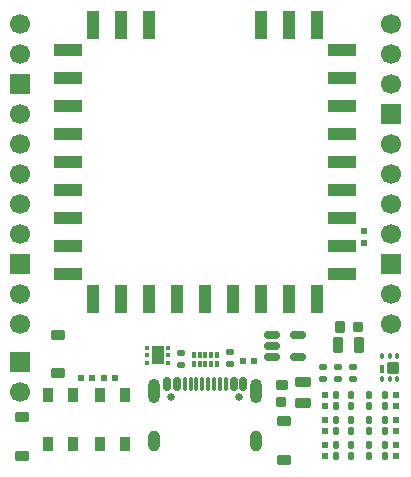
<source format=gts>
%TF.GenerationSoftware,KiCad,Pcbnew,9.0.1*%
%TF.CreationDate,2025-12-21T16:37:51-06:00*%
%TF.ProjectId,ProtoCarrier_v1,50726f74-6f43-4617-9272-6965725f7631,rev?*%
%TF.SameCoordinates,Original*%
%TF.FileFunction,Soldermask,Top*%
%TF.FilePolarity,Negative*%
%FSLAX46Y46*%
G04 Gerber Fmt 4.6, Leading zero omitted, Abs format (unit mm)*
G04 Created by KiCad (PCBNEW 9.0.1) date 2025-12-21 16:37:51*
%MOMM*%
%LPD*%
G01*
G04 APERTURE LIST*
G04 Aperture macros list*
%AMRoundRect*
0 Rectangle with rounded corners*
0 $1 Rounding radius*
0 $2 $3 $4 $5 $6 $7 $8 $9 X,Y pos of 4 corners*
0 Add a 4 corners polygon primitive as box body*
4,1,4,$2,$3,$4,$5,$6,$7,$8,$9,$2,$3,0*
0 Add four circle primitives for the rounded corners*
1,1,$1+$1,$2,$3*
1,1,$1+$1,$4,$5*
1,1,$1+$1,$6,$7*
1,1,$1+$1,$8,$9*
0 Add four rect primitives between the rounded corners*
20,1,$1+$1,$2,$3,$4,$5,0*
20,1,$1+$1,$4,$5,$6,$7,0*
20,1,$1+$1,$6,$7,$8,$9,0*
20,1,$1+$1,$8,$9,$2,$3,0*%
G04 Aperture macros list end*
%ADD10RoundRect,0.123750X0.288750X0.338750X-0.288750X0.338750X-0.288750X-0.338750X0.288750X-0.338750X0*%
%ADD11RoundRect,0.123750X0.288750X0.351250X-0.288750X0.351250X-0.288750X-0.351250X0.288750X-0.351250X0*%
%ADD12RoundRect,0.082500X-0.197500X-0.192500X0.197500X-0.192500X0.197500X0.192500X-0.197500X0.192500X0*%
%ADD13RoundRect,0.050000X0.200000X0.275000X-0.200000X0.275000X-0.200000X-0.275000X0.200000X-0.275000X0*%
%ADD14RoundRect,0.135000X-0.185000X0.135000X-0.185000X-0.135000X0.185000X-0.135000X0.185000X0.135000X0*%
%ADD15RoundRect,0.093750X-0.093750X-0.106250X0.093750X-0.106250X0.093750X0.106250X-0.093750X0.106250X0*%
%ADD16R,1.000000X1.600000*%
%ADD17RoundRect,0.225000X0.375000X-0.225000X0.375000X0.225000X-0.375000X0.225000X-0.375000X-0.225000X0*%
%ADD18RoundRect,0.082500X0.197500X0.192500X-0.197500X0.192500X-0.197500X-0.192500X0.197500X-0.192500X0*%
%ADD19RoundRect,0.050000X-0.200000X-0.275000X0.200000X-0.275000X0.200000X0.275000X-0.200000X0.275000X0*%
%ADD20RoundRect,0.135000X0.185000X-0.135000X0.185000X0.135000X-0.185000X0.135000X-0.185000X-0.135000X0*%
%ADD21C,1.700000*%
%ADD22R,1.700000X1.700000*%
%ADD23RoundRect,0.082500X-0.192500X0.197500X-0.192500X-0.197500X0.192500X-0.197500X0.192500X0.197500X0*%
%ADD24RoundRect,0.082500X0.192500X-0.197500X0.192500X0.197500X-0.192500X0.197500X-0.192500X-0.197500X0*%
%ADD25RoundRect,0.050100X-0.099900X0.174900X-0.099900X-0.174900X0.099900X-0.174900X0.099900X0.174900X0*%
%ADD26RoundRect,0.050100X-0.099900X0.324900X-0.099900X-0.324900X0.099900X-0.324900X0.099900X0.324900X0*%
%ADD27RoundRect,0.050350X-0.424650X0.449650X-0.424650X-0.449650X0.424650X-0.449650X0.424650X0.449650X0*%
%ADD28RoundRect,0.123750X0.338750X-0.288750X0.338750X0.288750X-0.338750X0.288750X-0.338750X-0.288750X0*%
%ADD29RoundRect,0.123750X0.351250X-0.288750X0.351250X0.288750X-0.351250X0.288750X-0.351250X-0.288750X0*%
%ADD30RoundRect,0.102000X0.325000X-0.525000X0.325000X0.525000X-0.325000X0.525000X-0.325000X-0.525000X0*%
%ADD31RoundRect,0.135000X0.540000X-0.315000X0.540000X0.315000X-0.540000X0.315000X-0.540000X-0.315000X0*%
%ADD32RoundRect,0.135000X0.315000X0.540000X-0.315000X0.540000X-0.315000X-0.540000X0.315000X-0.540000X0*%
%ADD33RoundRect,0.150000X-0.512500X-0.150000X0.512500X-0.150000X0.512500X0.150000X-0.512500X0.150000X0*%
%ADD34RoundRect,0.075000X-0.075000X-0.200000X0.075000X-0.200000X0.075000X0.200000X-0.075000X0.200000X0*%
%ADD35C,0.650000*%
%ADD36RoundRect,0.150000X-0.150000X-0.425000X0.150000X-0.425000X0.150000X0.425000X-0.150000X0.425000X0*%
%ADD37RoundRect,0.075000X-0.075000X-0.500000X0.075000X-0.500000X0.075000X0.500000X-0.075000X0.500000X0*%
%ADD38O,1.000000X2.100000*%
%ADD39O,1.000000X1.800000*%
%ADD40R,2.400000X1.100000*%
%ADD41R,1.100000X2.400000*%
G04 APERTURE END LIST*
D10*
%TO.C,C14*%
X162896078Y-107503922D03*
D11*
X161421078Y-107491422D03*
%TD*%
D12*
%TO.C,C1*%
X139460000Y-111800000D03*
X140420000Y-111800000D03*
%TD*%
D13*
%TO.C,LED1*%
X162375000Y-113200000D03*
X161075000Y-113200000D03*
X161075000Y-114150000D03*
X162375000Y-114150000D03*
%TD*%
D14*
%TO.C,R5*%
X162550000Y-110830002D03*
X162550000Y-111850000D03*
%TD*%
D15*
%TO.C,U1*%
X145075000Y-109200000D03*
X145075000Y-109850000D03*
X145075000Y-110500000D03*
X146850000Y-110500000D03*
X146850000Y-109850000D03*
X146850000Y-109200000D03*
D16*
X145962500Y-109850000D03*
%TD*%
D17*
%TO.C,D1*%
X137500000Y-111400000D03*
X137500000Y-108100000D03*
%TD*%
D18*
%TO.C,C2*%
X142360000Y-111800000D03*
X141400000Y-111800000D03*
%TD*%
D19*
%TO.C,LED4*%
X163900000Y-118400000D03*
X165200000Y-118400000D03*
X165200000Y-117450000D03*
X163900000Y-117450000D03*
%TD*%
D20*
%TO.C,R3*%
X159950000Y-111869998D03*
X159950000Y-110850000D03*
%TD*%
D13*
%TO.C,LED2*%
X162375000Y-115325000D03*
X161075000Y-115325000D03*
X161075000Y-116275000D03*
X162375000Y-116275000D03*
%TD*%
D21*
%TO.C,J2*%
X134300000Y-112970000D03*
D22*
X134300000Y-110430000D03*
%TD*%
D23*
%TO.C,C11*%
X166150000Y-115345000D03*
X166150000Y-116305000D03*
%TD*%
D24*
%TO.C,C13*%
X163475000Y-100310000D03*
X163475000Y-99350000D03*
%TD*%
D23*
%TO.C,C10*%
X166150000Y-117445000D03*
X166150000Y-118405000D03*
%TD*%
D19*
%TO.C,LED5*%
X163900000Y-116275000D03*
X165200000Y-116275000D03*
X165200000Y-115325000D03*
X163900000Y-115325000D03*
%TD*%
D13*
%TO.C,LED3*%
X162375000Y-117450000D03*
X161075000Y-117450000D03*
X161075000Y-118400000D03*
X162375000Y-118400000D03*
%TD*%
D25*
%TO.C,Q1*%
X166250000Y-109949999D03*
X165600000Y-109950000D03*
X164950000Y-109949999D03*
X164950000Y-111900001D03*
X165600000Y-111900000D03*
X166250000Y-111900001D03*
D26*
X164950000Y-111020001D03*
D27*
X165925000Y-110925000D03*
%TD*%
D14*
%TO.C,R4*%
X161259999Y-110840001D03*
X161259999Y-111859999D03*
%TD*%
D28*
%TO.C,C4*%
X156450000Y-113825000D03*
D29*
X156462500Y-112350000D03*
%TD*%
D12*
%TO.C,C3*%
X153165000Y-110325000D03*
X154125000Y-110325000D03*
%TD*%
D24*
%TO.C,C8*%
X160125000Y-116255000D03*
X160125000Y-115295000D03*
%TD*%
D21*
%TO.C,J1*%
X134300000Y-81810000D03*
X134300000Y-84350000D03*
D22*
X134300000Y-86890000D03*
D21*
X134300000Y-89430000D03*
X134300000Y-91970000D03*
X134300000Y-94510000D03*
X134300000Y-97050000D03*
X134300000Y-99590000D03*
D22*
X134300000Y-102130000D03*
D21*
X134300000Y-104670000D03*
X134300000Y-107210000D03*
%TD*%
D30*
%TO.C,SW1*%
X136675000Y-117403500D03*
X136675000Y-113253500D03*
X138825000Y-117403500D03*
X138825000Y-113253500D03*
%TD*%
D20*
%TO.C,R2*%
X152112500Y-110622501D03*
X152112500Y-109602503D03*
%TD*%
D19*
%TO.C,LED6*%
X163900000Y-114150000D03*
X165200000Y-114150000D03*
X165200000Y-113200000D03*
X163900000Y-113200000D03*
%TD*%
D31*
%TO.C,C5*%
X158275000Y-113925000D03*
X158275000Y-112125000D03*
%TD*%
D32*
%TO.C,C6*%
X163000000Y-108950000D03*
X161200000Y-108950000D03*
%TD*%
D17*
%TO.C,D3*%
X156650000Y-118750000D03*
X156650000Y-115450000D03*
%TD*%
D20*
%TO.C,R1*%
X147912500Y-110642499D03*
X147912500Y-109622501D03*
%TD*%
D33*
%TO.C,U3*%
X155612500Y-108137501D03*
X155612500Y-109087500D03*
X155612500Y-110037499D03*
X157887500Y-110037499D03*
X157887500Y-108137501D03*
%TD*%
D34*
%TO.C,U2*%
X149012500Y-110572500D03*
X149512500Y-110572501D03*
X150012500Y-110572500D03*
X150512500Y-110572501D03*
X151012500Y-110572500D03*
X151012500Y-109802500D03*
X150512500Y-109802499D03*
X150012500Y-109802500D03*
X149512500Y-109802499D03*
X149012500Y-109802500D03*
%TD*%
D24*
%TO.C,C7*%
X160125000Y-114155000D03*
X160125000Y-113195000D03*
%TD*%
D35*
%TO.C,J4*%
X147110000Y-113395000D03*
X152890000Y-113395000D03*
D36*
X146800000Y-112320000D03*
X147600000Y-112320000D03*
D37*
X148750000Y-112320000D03*
X149750000Y-112320000D03*
X150250000Y-112320000D03*
X151250000Y-112320000D03*
D36*
X152400000Y-112320000D03*
X153200000Y-112320000D03*
X153200000Y-112320000D03*
X152400000Y-112320000D03*
D37*
X151750000Y-112320000D03*
X150750000Y-112320000D03*
X149250000Y-112320000D03*
X148250000Y-112320000D03*
D36*
X147600000Y-112320000D03*
X146800000Y-112320000D03*
D38*
X145680000Y-112895000D03*
D39*
X145680000Y-117075000D03*
D38*
X154320000Y-112895000D03*
D39*
X154320000Y-117075000D03*
%TD*%
D40*
%TO.C,MOD1*%
X138400000Y-103000000D03*
X138400000Y-100625000D03*
X138400000Y-98250000D03*
X138400000Y-95875000D03*
X138400000Y-93500000D03*
X138400000Y-91125000D03*
X138400000Y-88750000D03*
X138400000Y-86375000D03*
X138400000Y-84000000D03*
D41*
X140500000Y-81900000D03*
X142875000Y-81900000D03*
X145250000Y-81900000D03*
X154750000Y-81900000D03*
X157125000Y-81900000D03*
X159500000Y-81900000D03*
D40*
X161600000Y-84000000D03*
X161600000Y-86375000D03*
X161600000Y-88750000D03*
X161600000Y-91125000D03*
X161600000Y-93500000D03*
X161600000Y-95875000D03*
X161600000Y-98250000D03*
X161600000Y-100625000D03*
X161600000Y-103000000D03*
D41*
X159500000Y-105100000D03*
X157125000Y-105100000D03*
X154750000Y-105100000D03*
X152375000Y-105100000D03*
X150000000Y-105100000D03*
X147625000Y-105100000D03*
X145250000Y-105100000D03*
X142875000Y-105100000D03*
X140500000Y-105100000D03*
%TD*%
D24*
%TO.C,C9*%
X160125000Y-118405000D03*
X160125000Y-117445000D03*
%TD*%
D30*
%TO.C,SW2*%
X141075000Y-117400000D03*
X141075000Y-113250000D03*
X143225000Y-117400000D03*
X143225000Y-113250000D03*
%TD*%
D17*
%TO.C,D2*%
X134450000Y-118400000D03*
X134450000Y-115100000D03*
%TD*%
D21*
%TO.C,J3*%
X165750000Y-81800000D03*
X165750000Y-84340000D03*
X165750000Y-86880000D03*
D22*
X165750000Y-89420000D03*
D21*
X165750000Y-91960000D03*
X165750000Y-94500000D03*
X165750000Y-97040000D03*
X165750000Y-99580000D03*
D22*
X165750000Y-102120000D03*
D21*
X165750000Y-104660000D03*
X165750000Y-107200000D03*
%TD*%
D23*
%TO.C,C12*%
X166150000Y-113195000D03*
X166150000Y-114155000D03*
%TD*%
M02*

</source>
